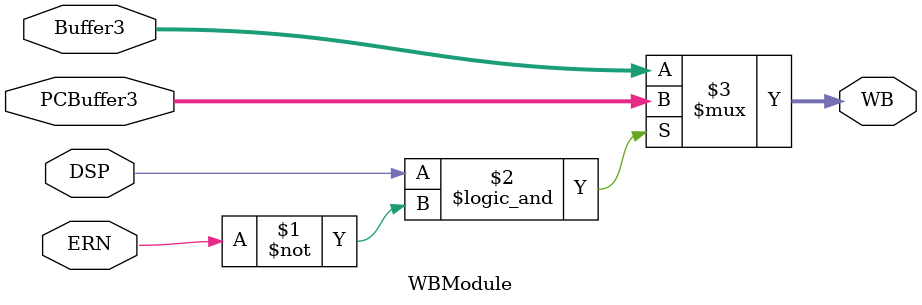
<source format=v>
`timescale 1ns / 1ps

module WBModule(
    input         DSP,         // DSP Bit from CCG 4 :: Implies Stack Write
    input   [7:0] PCBuffer3,   // The Value Held in the PC Buffer of the Stage 3-4 Buffer
    input   [7:0] Buffer3,     // The Output of the ALU Stage
    input         ERN,         // ERN CCG 4
    output  [7:0] WB           // Output To 3 Port Memory Data Write Path
    );
    assign WB = (DSP&&~ERN)?PCBuffer3:Buffer3;
endmodule

</source>
